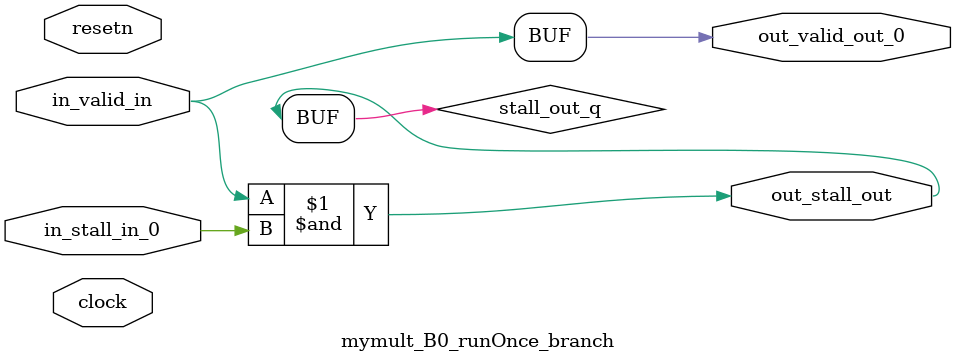
<source format=sv>



(* altera_attribute = "-name AUTO_SHIFT_REGISTER_RECOGNITION OFF; -name MESSAGE_DISABLE 10036; -name MESSAGE_DISABLE 10037; -name MESSAGE_DISABLE 14130; -name MESSAGE_DISABLE 14320; -name MESSAGE_DISABLE 15400; -name MESSAGE_DISABLE 14130; -name MESSAGE_DISABLE 10036; -name MESSAGE_DISABLE 12020; -name MESSAGE_DISABLE 12030; -name MESSAGE_DISABLE 12010; -name MESSAGE_DISABLE 12110; -name MESSAGE_DISABLE 14320; -name MESSAGE_DISABLE 13410; -name MESSAGE_DISABLE 113007; -name MESSAGE_DISABLE 10958" *)
module mymult_B0_runOnce_branch (
    input wire [0:0] in_stall_in_0,
    input wire [0:0] in_valid_in,
    output wire [0:0] out_stall_out,
    output wire [0:0] out_valid_out_0,
    input wire clock,
    input wire resetn
    );

    wire [0:0] stall_out_q;


    // stall_out(LOGICAL,6)
    assign stall_out_q = in_valid_in & in_stall_in_0;

    // out_stall_out(GPOUT,4)
    assign out_stall_out = stall_out_q;

    // out_valid_out_0(GPOUT,5)
    assign out_valid_out_0 = in_valid_in;

endmodule

</source>
